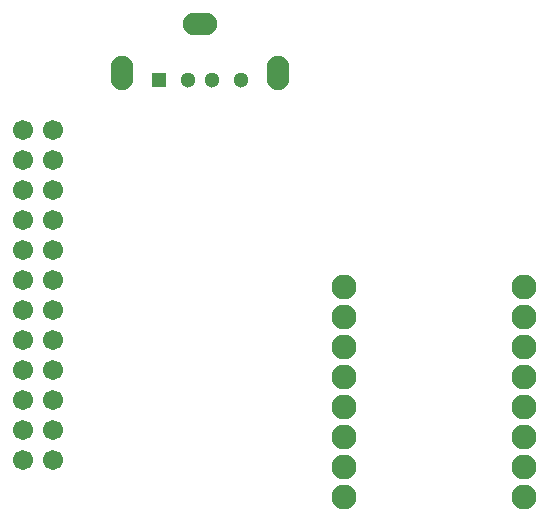
<source format=gbr>
%TF.GenerationSoftware,KiCad,Pcbnew,8.0.5*%
%TF.CreationDate,2025-04-24T17:05:07-05:00*%
%TF.ProjectId,test_board,74657374-5f62-46f6-9172-642e6b696361,rev?*%
%TF.SameCoordinates,Original*%
%TF.FileFunction,Soldermask,Bot*%
%TF.FilePolarity,Negative*%
%FSLAX46Y46*%
G04 Gerber Fmt 4.6, Leading zero omitted, Abs format (unit mm)*
G04 Created by KiCad (PCBNEW 8.0.5) date 2025-04-24 17:05:07*
%MOMM*%
%LPD*%
G01*
G04 APERTURE LIST*
%ADD10C,1.701800*%
%ADD11R,1.300000X1.300000*%
%ADD12C,1.300000*%
%ADD13O,1.900000X2.900000*%
%ADD14O,2.900000X1.900000*%
%ADD15C,2.109000*%
G04 APERTURE END LIST*
D10*
%TO.C,J1*%
X119868099Y-81676600D03*
X122408099Y-81676600D03*
X119868099Y-79136600D03*
X122408099Y-79136600D03*
X119868099Y-76596600D03*
X122408099Y-76596600D03*
X119868099Y-74056600D03*
X122408099Y-74056600D03*
X119868099Y-71516600D03*
X122408099Y-71516600D03*
X119868099Y-68976600D03*
X122408099Y-68976600D03*
X119868099Y-66436600D03*
X122408099Y-66436600D03*
X119868099Y-63896600D03*
X122408099Y-63896600D03*
X119868099Y-61356600D03*
X122408099Y-61356600D03*
X119868099Y-58816600D03*
X122408099Y-58816600D03*
X119868099Y-56276600D03*
X122408099Y-56276600D03*
X119868099Y-53736600D03*
X122408099Y-53736600D03*
%TD*%
D11*
%TO.C,J2*%
X131340001Y-49500000D03*
D12*
X133840001Y-49500000D03*
X135840002Y-49500000D03*
X138340000Y-49500000D03*
D13*
X128270001Y-48900000D03*
D14*
X134840001Y-44720000D03*
D13*
X141410001Y-48900000D03*
%TD*%
D15*
%TO.C,U5*%
X162300000Y-67030000D03*
X162300000Y-69570000D03*
X162300000Y-72110000D03*
X162300000Y-74650000D03*
X162300000Y-79730000D03*
X162300000Y-77190000D03*
X147060000Y-84810000D03*
X162300000Y-84810000D03*
X147060000Y-82270000D03*
X147060000Y-79730000D03*
X147060000Y-77190000D03*
X147060000Y-74650000D03*
X147060000Y-72110000D03*
X147060000Y-69570000D03*
X147060000Y-67030000D03*
X162300000Y-82270000D03*
%TD*%
M02*

</source>
